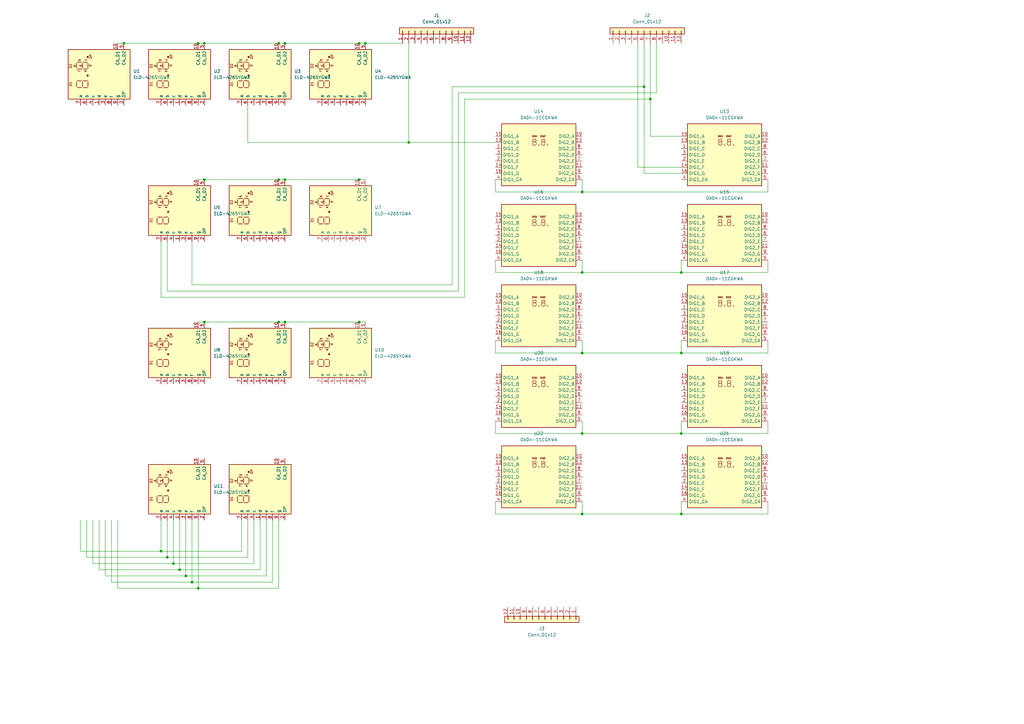
<source format=kicad_sch>
(kicad_sch (version 20231120) (generator "eeschema") (generator_version "8.0")
  (paper "A3")
  (lib_symbols
    (symbol "Connector_Generic:Conn_01x12" (pin_names (offset 1.016) hide)
      (property "Reference" "J" (at 0 15.24 0))
      (property "Value" "Conn_01x12" (at 0 -17.78 0))
      (symbol "Conn_01x12_1_1"
        (rectangle (start -1.27 -15.113) (end 0 -15.367) (stroke (width 0.1524)))
        (rectangle (start -1.27 -12.573) (end 0 -12.827) (stroke (width 0.1524)))
        (rectangle (start -1.27 -10.033) (end 0 -10.287) (stroke (width 0.1524)))
        (rectangle (start -1.27 -7.493) (end 0 -7.747) (stroke (width 0.1524)))
        (rectangle (start -1.27 -4.953) (end 0 -5.207) (stroke (width 0.1524)))
        (rectangle (start -1.27 -2.413) (end 0 -2.667) (stroke (width 0.1524)))
        (rectangle (start -1.27 0.127) (end 0 -0.127) (stroke (width 0.1524)))
        (rectangle (start -1.27 2.667) (end 0 2.413) (stroke (width 0.1524)))
        (rectangle (start -1.27 5.207) (end 0 4.953) (stroke (width 0.1524)))
        (rectangle (start -1.27 7.747) (end 0 7.493) (stroke (width 0.1524)))
        (rectangle (start -1.27 10.287) (end 0 10.033) (stroke (width 0.1524)))
        (rectangle (start -1.27 12.827) (end 0 12.573) (stroke (width 0.1524)))
        (rectangle (start -1.27 13.97) (end 1.27 -16.51) (stroke (width 0.254)) (fill (type background)))
        (pin passive line (at -5.08 12.7 0) (length 3.81) (name "Pin_1") (number "1"))
        (pin passive line (at -5.08 -10.16 0) (length 3.81) (name "Pin_10") (number "10"))
        (pin passive line (at -5.08 -12.7 0) (length 3.81) (name "Pin_11") (number "11"))
        (pin passive line (at -5.08 -15.24 0) (length 3.81) (name "Pin_12") (number "12"))
        (pin passive line (at -5.08 10.16 0) (length 3.81) (name "Pin_2") (number "2"))
        (pin passive line (at -5.08 7.62 0) (length 3.81) (name "Pin_3") (number "3"))
        (pin passive line (at -5.08 5.08 0) (length 3.81) (name "Pin_4") (number "4"))
        (pin passive line (at -5.08 2.54 0) (length 3.81) (name "Pin_5") (number "5"))
        (pin passive line (at -5.08 0 0) (length 3.81) (name "Pin_6") (number "6"))
        (pin passive line (at -5.08 -2.54 0) (length 3.81) (name "Pin_7") (number "7"))
        (pin passive line (at -5.08 -5.08 0) (length 3.81) (name "Pin_8") (number "8"))
        (pin passive line (at -5.08 -7.62 0) (length 3.81) (name "Pin_9") (number "9"))
      )
    )
    (symbol "Display_Character:DA04-11CGKWA"
      (property "Reference" "U" (at -13.97 13.97 0))
      (property "Value" "DA04-11CGKWA" (at 15.24 13.97 0))
      (symbol "DA04-11CGKWA_0_0"
        (text "8.8." (at 0.635 5.08 0) (effects (font (size 2.54 2.54))))
        (text "DIG1" (at -1.651 7.62 0) (effects (font (size 0.635 0.635))))
        (text "DIG2" (at 1.651 7.62 0) (effects (font (size 0.635 0.635))))
      )
      (symbol "DA04-11CGKWA_0_1"
        (rectangle (start -15.24 12.7) (end 15.24 -12.7) (stroke (width 0.254)) (fill (type background)))
      )
      (symbol "DA04-11CGKWA_1_1"
        (pin input line (at -17.78 2.54 0) (length 2.54) (name "DIG1_C") (number "1"))
        (pin input line (at 17.78 7.62 180) (length 2.54) (name "DIG2_A") (number "10"))
        (pin input line (at 17.78 -5.08 180) (length 2.54) (name "DIG2_F") (number "11"))
        (pin input line (at 17.78 5.08 180) (length 2.54) (name "DIG2_B") (number "12"))
        (pin input line (at -17.78 5.08 0) (length 2.54) (name "DIG1_B") (number "13"))
        (pin input line (at -17.78 -5.08 0) (length 2.54) (name "DIG1_F") (number "14"))
        (pin input line (at -17.78 7.62 0) (length 2.54) (name "DIG1_A") (number "15"))
        (pin input line (at -17.78 -7.62 0) (length 2.54) (name "DIG1_G") (number "16"))
        (pin input line (at -17.78 -2.54 0) (length 2.54) (name "DIG1_E") (number "2"))
        (pin input line (at -17.78 0 0) (length 2.54) (name "DIG1_D") (number "3"))
        (pin input line (at -17.78 -10.16 0) (length 2.54) (name "DIG1_CA") (number "4"))
        (pin input line (at 17.78 -10.16 180) (length 2.54) (name "DIG2_CA") (number "5"))
        (pin input line (at 17.78 0 180) (length 2.54) (name "DIG2_D") (number "6"))
        (pin input line (at 17.78 -2.54 180) (length 2.54) (name "DIG2_E") (number "7"))
        (pin input line (at 17.78 2.54 180) (length 2.54) (name "DIG2_C") (number "8"))
        (pin input line (at 17.78 -7.62 180) (length 2.54) (name "DIG2_G") (number "9"))
      )
    )
    (symbol "Display_Character:ELD-426SYGWA"
      (property "Reference" "U" (at -8.89 13.97 0))
      (property "Value" "ELD-426SYGWA" (at -2.794 -14.224 0))
      (symbol "ELD-426SYGWA_0_0"
        (text "a" (at 3.4544 10.1854 0) (effects (font (size 0.9906 0.9906))))
        (text "b" (at 5.842 8.0772 0) (effects (font (size 0.9906 0.9906))))
        (text "c" (at 5.9436 5.5372 0) (effects (font (size 0.9906 0.9906))))
        (text "d" (at 3.6068 3.683 0) (effects (font (size 0.9906 0.9906))))
        (text "D1" (at -3.937 11.684 0) (effects (font (size 0.9906 0.9906))))
        (text "D2" (at 3.429 11.684 0) (effects (font (size 0.9906 0.9906))))
        (text "DP" (at 7.239 3.429 0) (effects (font (size 0.9906 0.9906))))
        (text "e" (at 1.3716 5.6388 0) (effects (font (size 0.9906 0.9906))))
        (text "f" (at 1.3716 8.1026 0) (effects (font (size 0.9906 0.9906))))
        (text "g" (at 3.5052 7.7216 0) (effects (font (size 0.9906 0.9906))))
      )
      (symbol "ELD-426SYGWA_0_1"
        (rectangle (start -10.16 12.7) (end 10.16 -12.7) (stroke (width 0.254)) (fill (type background)))
        (circle (center -0.508 4.699) (radius 0.2794) (stroke (width 0.254)) (fill (type outline)))
        (polyline (pts (xy -5.461 4.826) (xy -5.461 6.477)) (stroke (width 0.254)))
        (polyline (pts (xy -5.461 7.239) (xy -5.461 8.89)) (stroke (width 0.254)))
        (polyline (pts (xy -5.08 4.572) (xy -3.048 4.572)) (stroke (width 0.254)))
        (polyline (pts (xy -5.08 6.858) (xy -3.048 6.858)) (stroke (width 0.254)))
        (polyline (pts (xy -5.08 9.271) (xy -3.048 9.271)) (stroke (width 0.254)))
        (polyline (pts (xy -2.667 4.826) (xy -2.667 6.477)) (stroke (width 0.254)))
        (polyline (pts (xy -2.667 7.239) (xy -2.667 8.89)) (stroke (width 0.254)))
        (polyline (pts (xy 2.159 4.826) (xy 2.159 6.477)) (stroke (width 0.254)))
        (polyline (pts (xy 2.159 7.239) (xy 2.159 8.89)) (stroke (width 0.254)))
        (polyline (pts (xy 2.54 4.572) (xy 4.572 4.572)) (stroke (width 0.254)))
        (polyline (pts (xy 2.54 6.858) (xy 4.572 6.858)) (stroke (width 0.254)))
        (polyline (pts (xy 2.54 9.271) (xy 4.572 9.271)) (stroke (width 0.254)))
        (polyline (pts (xy 4.953 4.826) (xy 4.953 6.477)) (stroke (width 0.254)))
        (polyline (pts (xy 4.953 7.239) (xy 4.953 8.89)) (stroke (width 0.254)))
        (circle (center 7.112 4.699) (radius 0.2794) (stroke (width 0.254)) (fill (type outline)))
      )
      (symbol "ELD-426SYGWA_1_1"
        (pin input line (at -12.7 0 0) (length 2.54) (name "d") (number "1"))
        (pin input line (at 12.7 -7.62 180) (length 2.54) (name "CA_D1") (number "10"))
        (pin input line (at -12.7 -10.16 0) (length 2.54) (name "DP") (number "2"))
        (pin input line (at -12.7 -2.54 0) (length 2.54) (name "e") (number "3"))
        (pin input line (at -12.7 2.54 0) (length 2.54) (name "c") (number "4"))
        (pin input line (at 12.7 -10.16 180) (length 2.54) (name "CA_D2") (number "5"))
        (pin input line (at -12.7 5.08 0) (length 2.54) (name "b") (number "6"))
        (pin input line (at -12.7 7.62 0) (length 2.54) (name "a") (number "7"))
        (pin input line (at -12.7 -5.08 0) (length 2.54) (name "f") (number "8"))
        (pin input line (at -12.7 -7.62 0) (length 2.54) (name "g") (number "9"))
      )
    )
  )
  (junction (at 266.7 40.64))
  (junction (at 116.84 132.08))
  (junction (at 264.16 35.56))
  (junction (at 279.4 210.82))
  (junction (at 238.76 144.78))
  (junction (at 279.4 111.76))
  (junction (at 114.3 73.66))
  (junction (at 83.82 132.08))
  (junction (at 71.12 231.14))
  (junction (at 81.28 241.3))
  (junction (at 238.76 177.8))
  (junction (at 147.32 73.66))
  (junction (at 147.32 17.78))
  (junction (at 66.04 226.06))
  (junction (at 68.58 228.6))
  (junction (at 279.4 144.78))
  (junction (at 238.76 210.82))
  (junction (at 50.8 17.78))
  (junction (at 81.28 17.78))
  (junction (at 116.84 73.66))
  (junction (at 238.76 111.76))
  (junction (at 114.3 132.08))
  (junction (at 149.86 17.78))
  (junction (at 147.32 132.08))
  (junction (at 73.66 233.68))
  (junction (at 76.2 236.22))
  (junction (at 116.84 17.78))
  (junction (at 83.82 73.66))
  (junction (at 114.3 17.78))
  (junction (at 78.74 238.76))
  (junction (at 279.4 177.8))
  (junction (at 167.64 58.42))
  (junction (at 238.76 78.74))
  (junction (at 83.82 17.78))
  (wire (pts (xy 314.96 172.72) (xy 314.96 177.8)))
  (wire (pts (xy 50.8 17.78) (xy 81.28 17.78)))
  (wire (pts (xy 114.3 213.36) (xy 114.3 241.3)))
  (wire (pts (xy 238.76 78.74) (xy 203.2 78.74)))
  (wire (pts (xy 81.28 132.08) (xy 83.82 132.08)))
  (wire (pts (xy 109.22 236.22) (xy 76.2 236.22)))
  (wire (pts (xy 264.16 71.12) (xy 279.4 71.12)))
  (wire (pts (xy 38.1 213.36) (xy 38.1 231.14)))
  (wire (pts (xy 167.64 17.78) (xy 167.64 58.42)))
  (wire (pts (xy 238.76 106.68) (xy 238.76 111.76)))
  (wire (pts (xy 45.72 213.36) (xy 45.72 238.76)))
  (wire (pts (xy 314.96 139.7) (xy 314.96 144.78)))
  (wire (pts (xy 149.86 17.78) (xy 165.1 17.78)))
  (wire (pts (xy 279.4 106.68) (xy 279.4 111.76)))
  (wire (pts (xy 279.4 68.58) (xy 261.62 68.58)))
  (wire (pts (xy 73.66 213.36) (xy 73.66 233.68)))
  (wire (pts (xy 187.96 38.1) (xy 269.24 38.1)))
  (wire (pts (xy 314.96 205.74) (xy 314.96 210.82)))
  (wire (pts (xy 116.84 73.66) (xy 147.32 73.66)))
  (wire (pts (xy 203.2 58.42) (xy 167.64 58.42)))
  (wire (pts (xy 81.28 17.78) (xy 83.82 17.78)))
  (wire (pts (xy 78.74 99.06) (xy 78.74 116.84)))
  (wire (pts (xy 114.3 132.08) (xy 116.84 132.08)))
  (wire (pts (xy 314.96 106.68) (xy 314.96 111.76)))
  (wire (pts (xy 185.42 116.84) (xy 185.42 35.56)))
  (wire (pts (xy 104.14 213.36) (xy 104.14 231.14)))
  (wire (pts (xy 187.96 119.38) (xy 187.96 38.1)))
  (wire (pts (xy 203.2 172.72) (xy 203.2 177.8)))
  (wire (pts (xy 66.04 121.92) (xy 190.5 121.92)))
  (wire (pts (xy 279.4 55.88) (xy 266.7 55.88)))
  (wire (pts (xy 314.96 144.78) (xy 279.4 144.78)))
  (wire (pts (xy 81.28 73.66) (xy 83.82 73.66)))
  (wire (pts (xy 78.74 238.76) (xy 78.74 213.36)))
  (wire (pts (xy 101.6 58.42) (xy 101.6 43.18)))
  (wire (pts (xy 203.2 139.7) (xy 203.2 144.78)))
  (wire (pts (xy 78.74 116.84) (xy 185.42 116.84)))
  (wire (pts (xy 116.84 17.78) (xy 147.32 17.78)))
  (wire (pts (xy 106.68 213.36) (xy 106.68 233.68)))
  (wire (pts (xy 68.58 119.38) (xy 187.96 119.38)))
  (wire (pts (xy 33.02 226.06) (xy 33.02 213.36)))
  (wire (pts (xy 203.2 73.66) (xy 203.2 78.74)))
  (wire (pts (xy 101.6 213.36) (xy 101.6 228.6)))
  (wire (pts (xy 111.76 213.36) (xy 111.76 238.76)))
  (wire (pts (xy 261.62 68.58) (xy 261.62 17.78)))
  (wire (pts (xy 238.76 111.76) (xy 203.2 111.76)))
  (wire (pts (xy 101.6 228.6) (xy 68.58 228.6)))
  (wire (pts (xy 314.96 210.82) (xy 279.4 210.82)))
  (wire (pts (xy 264.16 35.56) (xy 264.16 71.12)))
  (wire (pts (xy 238.76 177.8) (xy 279.4 177.8)))
  (wire (pts (xy 99.06 226.06) (xy 66.04 226.06)))
  (wire (pts (xy 167.64 58.42) (xy 101.6 58.42)))
  (wire (pts (xy 48.26 17.78) (xy 50.8 17.78)))
  (wire (pts (xy 116.84 132.08) (xy 147.32 132.08)))
  (wire (pts (xy 48.26 213.36) (xy 48.26 241.3)))
  (wire (pts (xy 264.16 17.78) (xy 264.16 35.56)))
  (wire (pts (xy 81.28 241.3) (xy 81.28 213.36)))
  (wire (pts (xy 238.76 177.8) (xy 203.2 177.8)))
  (wire (pts (xy 147.32 17.78) (xy 149.86 17.78)))
  (wire (pts (xy 68.58 228.6) (xy 68.58 213.36)))
  (wire (pts (xy 269.24 38.1) (xy 269.24 17.78)))
  (wire (pts (xy 279.4 210.82) (xy 279.4 205.74)))
  (wire (pts (xy 35.56 213.36) (xy 35.56 228.6)))
  (wire (pts (xy 114.3 17.78) (xy 116.84 17.78)))
  (wire (pts (xy 147.32 73.66) (xy 149.86 73.66)))
  (wire (pts (xy 68.58 99.06) (xy 68.58 119.38)))
  (wire (pts (xy 76.2 213.36) (xy 76.2 236.22)))
  (wire (pts (xy 76.2 236.22) (xy 43.18 236.22)))
  (wire (pts (xy 48.26 241.3) (xy 81.28 241.3)))
  (wire (pts (xy 114.3 241.3) (xy 81.28 241.3)))
  (wire (pts (xy 111.76 238.76) (xy 78.74 238.76)))
  (wire (pts (xy 238.76 172.72) (xy 238.76 177.8)))
  (wire (pts (xy 203.2 106.68) (xy 203.2 111.76)))
  (wire (pts (xy 73.66 233.68) (xy 106.68 233.68)))
  (wire (pts (xy 147.32 132.08) (xy 149.86 132.08)))
  (wire (pts (xy 45.72 238.76) (xy 78.74 238.76)))
  (wire (pts (xy 238.76 210.82) (xy 279.4 210.82)))
  (wire (pts (xy 203.2 205.74) (xy 203.2 210.82)))
  (wire (pts (xy 99.06 213.36) (xy 99.06 226.06)))
  (wire (pts (xy 83.82 132.08) (xy 114.3 132.08)))
  (wire (pts (xy 238.76 144.78) (xy 203.2 144.78)))
  (wire (pts (xy 35.56 228.6) (xy 68.58 228.6)))
  (wire (pts (xy 66.04 213.36) (xy 66.04 226.06)))
  (wire (pts (xy 238.76 139.7) (xy 238.76 144.78)))
  (wire (pts (xy 238.76 73.66) (xy 238.76 78.74)))
  (wire (pts (xy 238.76 78.74) (xy 314.96 78.74)))
  (wire (pts (xy 71.12 231.14) (xy 104.14 231.14)))
  (wire (pts (xy 314.96 177.8) (xy 279.4 177.8)))
  (wire (pts (xy 190.5 40.64) (xy 266.7 40.64)))
  (wire (pts (xy 83.82 73.66) (xy 114.3 73.66)))
  (wire (pts (xy 185.42 35.56) (xy 264.16 35.56)))
  (wire (pts (xy 71.12 231.14) (xy 71.12 213.36)))
  (wire (pts (xy 314.96 78.74) (xy 314.96 73.66)))
  (wire (pts (xy 43.18 236.22) (xy 43.18 213.36)))
  (wire (pts (xy 266.7 40.64) (xy 266.7 17.78)))
  (wire (pts (xy 109.22 213.36) (xy 109.22 236.22)))
  (wire (pts (xy 190.5 121.92) (xy 190.5 40.64)))
  (wire (pts (xy 38.1 231.14) (xy 71.12 231.14)))
  (wire (pts (xy 238.76 205.74) (xy 238.76 210.82)))
  (wire (pts (xy 66.04 99.06) (xy 66.04 121.92)))
  (wire (pts (xy 114.3 73.66) (xy 116.84 73.66)))
  (wire (pts (xy 279.4 144.78) (xy 279.4 139.7)))
  (wire (pts (xy 83.82 17.78) (xy 114.3 17.78)))
  (wire (pts (xy 238.76 210.82) (xy 203.2 210.82)))
  (wire (pts (xy 66.04 226.06) (xy 33.02 226.06)))
  (wire (pts (xy 314.96 111.76) (xy 279.4 111.76)))
  (wire (pts (xy 266.7 55.88) (xy 266.7 40.64)))
  (wire (pts (xy 40.64 233.68) (xy 40.64 213.36)))
  (wire (pts (xy 238.76 144.78) (xy 279.4 144.78)))
  (wire (pts (xy 279.4 177.8) (xy 279.4 172.72)))
  (wire (pts (xy 238.76 111.76) (xy 279.4 111.76)))
  (wire (pts (xy 73.66 233.68) (xy 40.64 233.68)))
  (symbol (lib_id "Display_Character:ELD-426SYGWA") (at 73.66 144.78 90) (unit 1)
    (property "Reference" "U8" (at 87.63 143.51 90) (effects (justify right)))
    (property "Value" "ELD-426SYGWA" (at 87.63 146.05 90) (effects (justify right)))
    (property "Footprint" "Segment:WeirdSize" (effects (hide yes)))
    (property "Datasheet" "http://www.everlight.com/file/ProductFile/D426SYGWA-S530-E2.pdf" (effects (hide yes)))
  )
  (symbol (lib_id "Display_Character:ELD-426SYGWA") (at 139.7 86.36 90) (unit 1)
    (property "Reference" "U7" (at 153.67 85.09 90) (effects (justify right)))
    (property "Value" "ELD-426SYGWA" (at 153.67 87.63 90) (effects (justify right)))
    (property "Footprint" "Segment:WeirdSize" (effects (hide yes)))
    (property "Datasheet" "http://www.everlight.com/file/ProductFile/D426SYGWA-S530-E2.pdf" (effects (hide yes)))
  )
  (symbol (lib_id "Display_Character:ELD-426SYGWA") (at 106.68 30.48 90) (unit 1)
    (property "Reference" "U3" (at 120.65 29.21 90) (effects (justify right)))
    (property "Value" "ELD-426SYGWA" (at 120.65 31.75 90) (effects (justify right)))
    (property "Footprint" "Segment:WeirdSize" (effects (hide yes)))
    (property "Datasheet" "http://www.everlight.com/file/ProductFile/D426SYGWA-S530-E2.pdf" (effects (hide yes)))
  )
  (symbol (lib_id "Display_Character:ELD-426SYGWA") (at 106.68 86.36 90) (unit 1)
    (property "Reference" "U6" (effects (hide yes)))
    (property "Value" "ELD-426SYGWA" (effects (hide yes)))
    (property "Footprint" "Segment:WeirdSize" (effects (hide yes)))
    (property "Datasheet" "http://www.everlight.com/file/ProductFile/D426SYGWA-S530-E2.pdf" (effects (hide yes)))
  )
  (symbol (lib_id "Display_Character:DA04-11CGKWA") (at 297.18 162.56 0) (unit 1)
    (property "Reference" "U19" (at 297.18 144.78 0))
    (property "Value" "DA04-11CGKWA" (at 297.18 147.32 0))
    (property "Footprint" "Display_7Segment:DA04-11CGKWA" (effects (hide yes)))
    (property "Datasheet" "http://www.kingbright.com/attachments/file/psearch/000/00/00/DA04-11CGKWA(Ver.6A).pdf" (effects (hide yes)))
  )
  (symbol (lib_id "Connector_Generic:Conn_01x12") (at 223.52 254 270) (unit 1)
    (property "Reference" "J3" (at 222.25 257.81 90))
    (property "Value" "Conn_01x12" (at 222.25 260.35 90))
    (property "Footprint" "ConnectorPad:Pad12" (effects (hide yes)))
  )
  (symbol (lib_id "Display_Character:DA04-11CGKWA") (at 220.98 129.54 0) (unit 1)
    (property "Reference" "U18" (at 220.98 111.76 0))
    (property "Value" "DA04-11CGKWA" (at 220.98 114.3 0))
    (property "Footprint" "Display_7Segment:DA04-11CGKWA" (effects (hide yes)))
    (property "Datasheet" "http://www.kingbright.com/attachments/file/psearch/000/00/00/DA04-11CGKWA(Ver.6A).pdf" (effects (hide yes)))
  )
  (symbol (lib_id "Display_Character:ELD-426SYGWA") (at 73.66 30.48 90) (unit 1)
    (property "Reference" "U2" (at 87.63 29.21 90) (effects (justify right)))
    (property "Value" "ELD-426SYGWA" (at 87.63 31.75 90) (effects (justify right)))
    (property "Footprint" "Segment:WeirdSize" (effects (hide yes)))
    (property "Datasheet" "http://www.everlight.com/file/ProductFile/D426SYGWA-S530-E2.pdf" (effects (hide yes)))
  )
  (symbol (lib_id "Display_Character:ELD-426SYGWA") (at 106.68 144.78 90) (unit 1)
    (property "Reference" "U9" (effects (hide yes)))
    (property "Value" "ELD-426SYGWA" (effects (hide yes)))
    (property "Footprint" "Segment:WeirdSize" (effects (hide yes)))
    (property "Datasheet" "http://www.everlight.com/file/ProductFile/D426SYGWA-S530-E2.pdf" (effects (hide yes)))
  )
  (symbol (lib_id "Display_Character:DA04-11CGKWA") (at 220.98 195.58 0) (unit 1)
    (property "Reference" "U22" (at 220.98 177.8 0))
    (property "Value" "DA04-11CGKWA" (at 220.98 180.34 0))
    (property "Footprint" "Display_7Segment:DA04-11CGKWA" (effects (hide yes)))
    (property "Datasheet" "http://www.kingbright.com/attachments/file/psearch/000/00/00/DA04-11CGKWA(Ver.6A).pdf" (effects (hide yes)))
  )
  (symbol (lib_id "Display_Character:ELD-426SYGWA") (at 73.66 86.36 90) (unit 1)
    (property "Reference" "U5" (at 87.63 85.09 90) (effects (justify right)))
    (property "Value" "ELD-426SYGWA" (at 87.63 87.63 90) (effects (justify right)))
    (property "Footprint" "Segment:WeirdSize" (effects (hide yes)))
    (property "Datasheet" "http://www.everlight.com/file/ProductFile/D426SYGWA-S530-E2.pdf" (effects (hide yes)))
  )
  (symbol (lib_id "Display_Character:ELD-426SYGWA") (at 40.64 30.48 90) (unit 1)
    (property "Reference" "U1" (at 54.61 29.21 90) (effects (justify right)))
    (property "Value" "ELD-426SYGWA" (at 54.61 31.75 90) (effects (justify right)))
    (property "Footprint" "Segment:WeirdSize" (effects (hide yes)))
    (property "Datasheet" "http://www.everlight.com/file/ProductFile/D426SYGWA-S530-E2.pdf" (effects (hide yes)))
  )
  (symbol (lib_id "Display_Character:DA04-11CGKWA") (at 220.98 162.56 0) (unit 1)
    (property "Reference" "U20" (at 220.98 144.78 0))
    (property "Value" "DA04-11CGKWA" (at 220.98 147.32 0))
    (property "Footprint" "Display_7Segment:DA04-11CGKWA" (effects (hide yes)))
    (property "Datasheet" "http://www.kingbright.com/attachments/file/psearch/000/00/00/DA04-11CGKWA(Ver.6A).pdf" (effects (hide yes)))
  )
  (symbol (lib_id "Connector_Generic:Conn_01x12") (at 177.8 12.7 90) (unit 1)
    (property "Reference" "J1" (at 179.07 6.35 90))
    (property "Value" "Conn_01x12" (at 179.07 8.89 90))
    (property "Footprint" "ConnectorPad:Pad12" (effects (hide yes)))
  )
  (symbol (lib_id "Display_Character:DA04-11CGKWA") (at 297.18 195.58 0) (unit 1)
    (property "Reference" "U21" (at 297.18 177.8 0))
    (property "Value" "DA04-11CGKWA" (at 297.18 180.34 0))
    (property "Footprint" "Display_7Segment:DA04-11CGKWA" (effects (hide yes)))
    (property "Datasheet" "http://www.kingbright.com/attachments/file/psearch/000/00/00/DA04-11CGKWA(Ver.6A).pdf" (effects (hide yes)))
  )
  (symbol (lib_id "Display_Character:DA04-11CGKWA") (at 220.98 63.5 0) (unit 1)
    (property "Reference" "U14" (at 220.98 45.72 0))
    (property "Value" "DA04-11CGKWA" (at 220.98 48.26 0))
    (property "Footprint" "Display_7Segment:DA04-11CGKWA" (effects (hide yes)))
    (property "Datasheet" "http://www.kingbright.com/attachments/file/psearch/000/00/00/DA04-11CGKWA(Ver.6A).pdf" (effects (hide yes)))
  )
  (symbol (lib_id "Display_Character:DA04-11CGKWA") (at 297.18 129.54 0) (unit 1)
    (property "Reference" "U17" (at 297.18 111.76 0))
    (property "Value" "DA04-11CGKWA" (at 297.18 114.3 0))
    (property "Footprint" "Display_7Segment:DA04-11CGKWA" (effects (hide yes)))
    (property "Datasheet" "http://www.kingbright.com/attachments/file/psearch/000/00/00/DA04-11CGKWA(Ver.6A).pdf" (effects (hide yes)))
  )
  (symbol (lib_id "Display_Character:ELD-426SYGWA") (at 139.7 30.48 90) (unit 1)
    (property "Reference" "U4" (at 153.67 29.21 90) (effects (justify right)))
    (property "Value" "ELD-426SYGWA" (at 153.67 31.75 90) (effects (justify right)))
    (property "Footprint" "Segment:WeirdSize" (effects (hide yes)))
    (property "Datasheet" "http://www.everlight.com/file/ProductFile/D426SYGWA-S530-E2.pdf" (effects (hide yes)))
  )
  (symbol (lib_id "Display_Character:ELD-426SYGWA") (at 106.68 200.66 90) (unit 1)
    (property "Reference" "U12" (effects (hide yes)))
    (property "Value" "ELD-426SYGWA" (effects (hide yes)))
    (property "Footprint" "Segment:WeirdSize" (effects (hide yes)))
    (property "Datasheet" "http://www.everlight.com/file/ProductFile/D426SYGWA-S530-E2.pdf" (effects (hide yes)))
  )
  (symbol (lib_id "Connector_Generic:Conn_01x12") (at 264.16 12.7 90) (unit 1)
    (property "Reference" "J2" (at 265.43 6.35 90))
    (property "Value" "Conn_01x12" (at 265.43 8.89 90))
    (property "Footprint" "ConnectorPad:Pad12" (effects (hide yes)))
  )
  (symbol (lib_id "Display_Character:DA04-11CGKWA") (at 297.18 63.5 0) (unit 1)
    (property "Reference" "U13" (at 297.18 45.72 0))
    (property "Value" "DA04-11CGKWA" (at 297.18 48.26 0))
    (property "Footprint" "Display_7Segment:DA04-11CGKWA" (effects (hide yes)))
    (property "Datasheet" "http://www.kingbright.com/attachments/file/psearch/000/00/00/DA04-11CGKWA(Ver.6A).pdf" (effects (hide yes)))
  )
  (symbol (lib_id "Display_Character:DA04-11CGKWA") (at 297.18 96.52 0) (unit 1)
    (property "Reference" "U15" (at 297.18 78.74 0))
    (property "Value" "DA04-11CGKWA" (at 297.18 81.28 0))
    (property "Footprint" "Display_7Segment:DA04-11CGKWA" (effects (hide yes)))
    (property "Datasheet" "http://www.kingbright.com/attachments/file/psearch/000/00/00/DA04-11CGKWA(Ver.6A).pdf" (effects (hide yes)))
  )
  (symbol (lib_id "Display_Character:DA04-11CGKWA") (at 220.98 96.52 0) (unit 1)
    (property "Reference" "U16" (at 220.98 78.74 0))
    (property "Value" "DA04-11CGKWA" (at 220.98 81.28 0))
    (property "Footprint" "Display_7Segment:DA04-11CGKWA" (effects (hide yes)))
    (property "Datasheet" "http://www.kingbright.com/attachments/file/psearch/000/00/00/DA04-11CGKWA(Ver.6A).pdf" (effects (hide yes)))
  )
  (symbol (lib_id "Display_Character:ELD-426SYGWA") (at 139.7 144.78 90) (unit 1)
    (property "Reference" "U10" (at 153.67 143.51 90) (effects (justify right)))
    (property "Value" "ELD-426SYGWA" (at 153.67 146.05 90) (effects (justify right)))
    (property "Footprint" "Segment:WeirdSize" (effects (hide yes)))
    (property "Datasheet" "http://www.everlight.com/file/ProductFile/D426SYGWA-S530-E2.pdf" (effects (hide yes)))
  )
  (symbol (lib_id "Display_Character:ELD-426SYGWA") (at 73.66 200.66 90) (unit 1)
    (property "Reference" "U11" (at 87.63 199.39 90) (effects (justify right)))
    (property "Value" "ELD-426SYGWA" (at 87.63 201.93 90) (effects (justify right)))
    (property "Footprint" "Segment:WeirdSize" (effects (hide yes)))
    (property "Datasheet" "http://www.everlight.com/file/ProductFile/D426SYGWA-S530-E2.pdf" (effects (hide yes)))
  )
)
</source>
